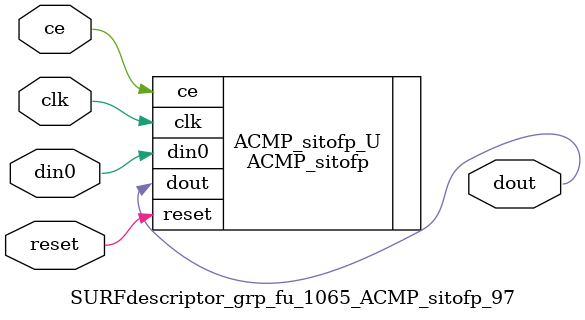
<source format=v>

`timescale 1 ns / 1 ps
module SURFdescriptor_grp_fu_1065_ACMP_sitofp_97(
    clk,
    reset,
    ce,
    din0,
    dout);

parameter ID = 32'd1;
parameter NUM_STAGE = 32'd1;
parameter din0_WIDTH = 32'd1;
parameter dout_WIDTH = 32'd1;
input clk;
input reset;
input ce;
input[din0_WIDTH - 1:0] din0;
output[dout_WIDTH - 1:0] dout;



ACMP_sitofp #(
.ID( ID ),
.NUM_STAGE( 4 ),
.din0_WIDTH( din0_WIDTH ),
.dout_WIDTH( dout_WIDTH ))
ACMP_sitofp_U(
    .clk( clk ),
    .reset( reset ),
    .ce( ce ),
    .din0( din0 ),
    .dout( dout ));

endmodule

</source>
